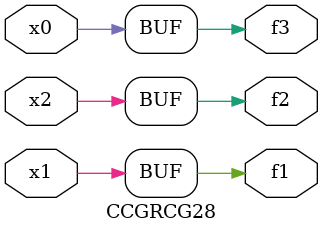
<source format=v>
module CCGRCG28(
	input x0, x1, x2,
	output f1, f2, f3
);
	assign f1 = x1;
	assign f2 = x2;
	assign f3 = x0;
endmodule

</source>
